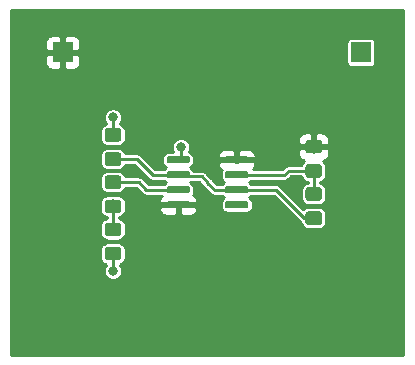
<source format=gbr>
G04 #@! TF.GenerationSoftware,KiCad,Pcbnew,(5.1.4)-1*
G04 #@! TF.CreationDate,2019-11-19T22:58:14-05:00*
G04 #@! TF.ProjectId,Blinky,426c696e-6b79-42e6-9b69-6361645f7063,rev?*
G04 #@! TF.SameCoordinates,Original*
G04 #@! TF.FileFunction,Copper,L1,Top*
G04 #@! TF.FilePolarity,Positive*
%FSLAX46Y46*%
G04 Gerber Fmt 4.6, Leading zero omitted, Abs format (unit mm)*
G04 Created by KiCad (PCBNEW (5.1.4)-1) date 2019-11-19 22:58:14*
%MOMM*%
%LPD*%
G04 APERTURE LIST*
%ADD10R,1.700000X1.700000*%
%ADD11C,0.100000*%
%ADD12C,1.150000*%
%ADD13C,0.600000*%
%ADD14C,0.800000*%
%ADD15C,0.250000*%
G04 APERTURE END LIST*
D10*
X134000000Y30000000D03*
X108750000Y30000000D03*
D11*
G36*
X113474505Y17548796D02*
G01*
X113498773Y17545196D01*
X113522572Y17539235D01*
X113545671Y17530970D01*
X113567850Y17520480D01*
X113588893Y17507868D01*
X113608599Y17493253D01*
X113626777Y17476777D01*
X113643253Y17458599D01*
X113657868Y17438893D01*
X113670480Y17417850D01*
X113680970Y17395671D01*
X113689235Y17372572D01*
X113695196Y17348773D01*
X113698796Y17324505D01*
X113700000Y17300001D01*
X113700000Y16649999D01*
X113698796Y16625495D01*
X113695196Y16601227D01*
X113689235Y16577428D01*
X113680970Y16554329D01*
X113670480Y16532150D01*
X113657868Y16511107D01*
X113643253Y16491401D01*
X113626777Y16473223D01*
X113608599Y16456747D01*
X113588893Y16442132D01*
X113567850Y16429520D01*
X113545671Y16419030D01*
X113522572Y16410765D01*
X113498773Y16404804D01*
X113474505Y16401204D01*
X113450001Y16400000D01*
X112549999Y16400000D01*
X112525495Y16401204D01*
X112501227Y16404804D01*
X112477428Y16410765D01*
X112454329Y16419030D01*
X112432150Y16429520D01*
X112411107Y16442132D01*
X112391401Y16456747D01*
X112373223Y16473223D01*
X112356747Y16491401D01*
X112342132Y16511107D01*
X112329520Y16532150D01*
X112319030Y16554329D01*
X112310765Y16577428D01*
X112304804Y16601227D01*
X112301204Y16625495D01*
X112300000Y16649999D01*
X112300000Y17300001D01*
X112301204Y17324505D01*
X112304804Y17348773D01*
X112310765Y17372572D01*
X112319030Y17395671D01*
X112329520Y17417850D01*
X112342132Y17438893D01*
X112356747Y17458599D01*
X112373223Y17476777D01*
X112391401Y17493253D01*
X112411107Y17507868D01*
X112432150Y17520480D01*
X112454329Y17530970D01*
X112477428Y17539235D01*
X112501227Y17545196D01*
X112525495Y17548796D01*
X112549999Y17550000D01*
X113450001Y17550000D01*
X113474505Y17548796D01*
X113474505Y17548796D01*
G37*
D12*
X113000000Y16975000D03*
D11*
G36*
X113474505Y19598796D02*
G01*
X113498773Y19595196D01*
X113522572Y19589235D01*
X113545671Y19580970D01*
X113567850Y19570480D01*
X113588893Y19557868D01*
X113608599Y19543253D01*
X113626777Y19526777D01*
X113643253Y19508599D01*
X113657868Y19488893D01*
X113670480Y19467850D01*
X113680970Y19445671D01*
X113689235Y19422572D01*
X113695196Y19398773D01*
X113698796Y19374505D01*
X113700000Y19350001D01*
X113700000Y18699999D01*
X113698796Y18675495D01*
X113695196Y18651227D01*
X113689235Y18627428D01*
X113680970Y18604329D01*
X113670480Y18582150D01*
X113657868Y18561107D01*
X113643253Y18541401D01*
X113626777Y18523223D01*
X113608599Y18506747D01*
X113588893Y18492132D01*
X113567850Y18479520D01*
X113545671Y18469030D01*
X113522572Y18460765D01*
X113498773Y18454804D01*
X113474505Y18451204D01*
X113450001Y18450000D01*
X112549999Y18450000D01*
X112525495Y18451204D01*
X112501227Y18454804D01*
X112477428Y18460765D01*
X112454329Y18469030D01*
X112432150Y18479520D01*
X112411107Y18492132D01*
X112391401Y18506747D01*
X112373223Y18523223D01*
X112356747Y18541401D01*
X112342132Y18561107D01*
X112329520Y18582150D01*
X112319030Y18604329D01*
X112310765Y18627428D01*
X112304804Y18651227D01*
X112301204Y18675495D01*
X112300000Y18699999D01*
X112300000Y19350001D01*
X112301204Y19374505D01*
X112304804Y19398773D01*
X112310765Y19422572D01*
X112319030Y19445671D01*
X112329520Y19467850D01*
X112342132Y19488893D01*
X112356747Y19508599D01*
X112373223Y19526777D01*
X112391401Y19543253D01*
X112411107Y19557868D01*
X112432150Y19570480D01*
X112454329Y19580970D01*
X112477428Y19589235D01*
X112501227Y19595196D01*
X112525495Y19598796D01*
X112549999Y19600000D01*
X113450001Y19600000D01*
X113474505Y19598796D01*
X113474505Y19598796D01*
G37*
D12*
X113000000Y19025000D03*
D11*
G36*
X130474505Y16548796D02*
G01*
X130498773Y16545196D01*
X130522572Y16539235D01*
X130545671Y16530970D01*
X130567850Y16520480D01*
X130588893Y16507868D01*
X130608599Y16493253D01*
X130626777Y16476777D01*
X130643253Y16458599D01*
X130657868Y16438893D01*
X130670480Y16417850D01*
X130680970Y16395671D01*
X130689235Y16372572D01*
X130695196Y16348773D01*
X130698796Y16324505D01*
X130700000Y16300001D01*
X130700000Y15649999D01*
X130698796Y15625495D01*
X130695196Y15601227D01*
X130689235Y15577428D01*
X130680970Y15554329D01*
X130670480Y15532150D01*
X130657868Y15511107D01*
X130643253Y15491401D01*
X130626777Y15473223D01*
X130608599Y15456747D01*
X130588893Y15442132D01*
X130567850Y15429520D01*
X130545671Y15419030D01*
X130522572Y15410765D01*
X130498773Y15404804D01*
X130474505Y15401204D01*
X130450001Y15400000D01*
X129549999Y15400000D01*
X129525495Y15401204D01*
X129501227Y15404804D01*
X129477428Y15410765D01*
X129454329Y15419030D01*
X129432150Y15429520D01*
X129411107Y15442132D01*
X129391401Y15456747D01*
X129373223Y15473223D01*
X129356747Y15491401D01*
X129342132Y15511107D01*
X129329520Y15532150D01*
X129319030Y15554329D01*
X129310765Y15577428D01*
X129304804Y15601227D01*
X129301204Y15625495D01*
X129300000Y15649999D01*
X129300000Y16300001D01*
X129301204Y16324505D01*
X129304804Y16348773D01*
X129310765Y16372572D01*
X129319030Y16395671D01*
X129329520Y16417850D01*
X129342132Y16438893D01*
X129356747Y16458599D01*
X129373223Y16476777D01*
X129391401Y16493253D01*
X129411107Y16507868D01*
X129432150Y16520480D01*
X129454329Y16530970D01*
X129477428Y16539235D01*
X129501227Y16545196D01*
X129525495Y16548796D01*
X129549999Y16550000D01*
X130450001Y16550000D01*
X130474505Y16548796D01*
X130474505Y16548796D01*
G37*
D12*
X130000000Y15975000D03*
D11*
G36*
X130474505Y18598796D02*
G01*
X130498773Y18595196D01*
X130522572Y18589235D01*
X130545671Y18580970D01*
X130567850Y18570480D01*
X130588893Y18557868D01*
X130608599Y18543253D01*
X130626777Y18526777D01*
X130643253Y18508599D01*
X130657868Y18488893D01*
X130670480Y18467850D01*
X130680970Y18445671D01*
X130689235Y18422572D01*
X130695196Y18398773D01*
X130698796Y18374505D01*
X130700000Y18350001D01*
X130700000Y17699999D01*
X130698796Y17675495D01*
X130695196Y17651227D01*
X130689235Y17627428D01*
X130680970Y17604329D01*
X130670480Y17582150D01*
X130657868Y17561107D01*
X130643253Y17541401D01*
X130626777Y17523223D01*
X130608599Y17506747D01*
X130588893Y17492132D01*
X130567850Y17479520D01*
X130545671Y17469030D01*
X130522572Y17460765D01*
X130498773Y17454804D01*
X130474505Y17451204D01*
X130450001Y17450000D01*
X129549999Y17450000D01*
X129525495Y17451204D01*
X129501227Y17454804D01*
X129477428Y17460765D01*
X129454329Y17469030D01*
X129432150Y17479520D01*
X129411107Y17492132D01*
X129391401Y17506747D01*
X129373223Y17523223D01*
X129356747Y17541401D01*
X129342132Y17561107D01*
X129329520Y17582150D01*
X129319030Y17604329D01*
X129310765Y17627428D01*
X129304804Y17651227D01*
X129301204Y17675495D01*
X129300000Y17699999D01*
X129300000Y18350001D01*
X129301204Y18374505D01*
X129304804Y18398773D01*
X129310765Y18422572D01*
X129319030Y18445671D01*
X129329520Y18467850D01*
X129342132Y18488893D01*
X129356747Y18508599D01*
X129373223Y18526777D01*
X129391401Y18543253D01*
X129411107Y18557868D01*
X129432150Y18570480D01*
X129454329Y18580970D01*
X129477428Y18589235D01*
X129501227Y18595196D01*
X129525495Y18598796D01*
X129549999Y18600000D01*
X130450001Y18600000D01*
X130474505Y18598796D01*
X130474505Y18598796D01*
G37*
D12*
X130000000Y18025000D03*
D11*
G36*
X119364703Y21204278D02*
G01*
X119379264Y21202118D01*
X119393543Y21198541D01*
X119407403Y21193582D01*
X119420710Y21187288D01*
X119433336Y21179720D01*
X119445159Y21170952D01*
X119456066Y21161066D01*
X119465952Y21150159D01*
X119474720Y21138336D01*
X119482288Y21125710D01*
X119488582Y21112403D01*
X119493541Y21098543D01*
X119497118Y21084264D01*
X119499278Y21069703D01*
X119500000Y21055000D01*
X119500000Y20755000D01*
X119499278Y20740297D01*
X119497118Y20725736D01*
X119493541Y20711457D01*
X119488582Y20697597D01*
X119482288Y20684290D01*
X119474720Y20671664D01*
X119465952Y20659841D01*
X119456066Y20648934D01*
X119445159Y20639048D01*
X119433336Y20630280D01*
X119420710Y20622712D01*
X119407403Y20616418D01*
X119393543Y20611459D01*
X119379264Y20607882D01*
X119364703Y20605722D01*
X119350000Y20605000D01*
X117700000Y20605000D01*
X117685297Y20605722D01*
X117670736Y20607882D01*
X117656457Y20611459D01*
X117642597Y20616418D01*
X117629290Y20622712D01*
X117616664Y20630280D01*
X117604841Y20639048D01*
X117593934Y20648934D01*
X117584048Y20659841D01*
X117575280Y20671664D01*
X117567712Y20684290D01*
X117561418Y20697597D01*
X117556459Y20711457D01*
X117552882Y20725736D01*
X117550722Y20740297D01*
X117550000Y20755000D01*
X117550000Y21055000D01*
X117550722Y21069703D01*
X117552882Y21084264D01*
X117556459Y21098543D01*
X117561418Y21112403D01*
X117567712Y21125710D01*
X117575280Y21138336D01*
X117584048Y21150159D01*
X117593934Y21161066D01*
X117604841Y21170952D01*
X117616664Y21179720D01*
X117629290Y21187288D01*
X117642597Y21193582D01*
X117656457Y21198541D01*
X117670736Y21202118D01*
X117685297Y21204278D01*
X117700000Y21205000D01*
X119350000Y21205000D01*
X119364703Y21204278D01*
X119364703Y21204278D01*
G37*
D13*
X118525000Y20905000D03*
D11*
G36*
X119364703Y19934278D02*
G01*
X119379264Y19932118D01*
X119393543Y19928541D01*
X119407403Y19923582D01*
X119420710Y19917288D01*
X119433336Y19909720D01*
X119445159Y19900952D01*
X119456066Y19891066D01*
X119465952Y19880159D01*
X119474720Y19868336D01*
X119482288Y19855710D01*
X119488582Y19842403D01*
X119493541Y19828543D01*
X119497118Y19814264D01*
X119499278Y19799703D01*
X119500000Y19785000D01*
X119500000Y19485000D01*
X119499278Y19470297D01*
X119497118Y19455736D01*
X119493541Y19441457D01*
X119488582Y19427597D01*
X119482288Y19414290D01*
X119474720Y19401664D01*
X119465952Y19389841D01*
X119456066Y19378934D01*
X119445159Y19369048D01*
X119433336Y19360280D01*
X119420710Y19352712D01*
X119407403Y19346418D01*
X119393543Y19341459D01*
X119379264Y19337882D01*
X119364703Y19335722D01*
X119350000Y19335000D01*
X117700000Y19335000D01*
X117685297Y19335722D01*
X117670736Y19337882D01*
X117656457Y19341459D01*
X117642597Y19346418D01*
X117629290Y19352712D01*
X117616664Y19360280D01*
X117604841Y19369048D01*
X117593934Y19378934D01*
X117584048Y19389841D01*
X117575280Y19401664D01*
X117567712Y19414290D01*
X117561418Y19427597D01*
X117556459Y19441457D01*
X117552882Y19455736D01*
X117550722Y19470297D01*
X117550000Y19485000D01*
X117550000Y19785000D01*
X117550722Y19799703D01*
X117552882Y19814264D01*
X117556459Y19828543D01*
X117561418Y19842403D01*
X117567712Y19855710D01*
X117575280Y19868336D01*
X117584048Y19880159D01*
X117593934Y19891066D01*
X117604841Y19900952D01*
X117616664Y19909720D01*
X117629290Y19917288D01*
X117642597Y19923582D01*
X117656457Y19928541D01*
X117670736Y19932118D01*
X117685297Y19934278D01*
X117700000Y19935000D01*
X119350000Y19935000D01*
X119364703Y19934278D01*
X119364703Y19934278D01*
G37*
D13*
X118525000Y19635000D03*
D11*
G36*
X119364703Y18664278D02*
G01*
X119379264Y18662118D01*
X119393543Y18658541D01*
X119407403Y18653582D01*
X119420710Y18647288D01*
X119433336Y18639720D01*
X119445159Y18630952D01*
X119456066Y18621066D01*
X119465952Y18610159D01*
X119474720Y18598336D01*
X119482288Y18585710D01*
X119488582Y18572403D01*
X119493541Y18558543D01*
X119497118Y18544264D01*
X119499278Y18529703D01*
X119500000Y18515000D01*
X119500000Y18215000D01*
X119499278Y18200297D01*
X119497118Y18185736D01*
X119493541Y18171457D01*
X119488582Y18157597D01*
X119482288Y18144290D01*
X119474720Y18131664D01*
X119465952Y18119841D01*
X119456066Y18108934D01*
X119445159Y18099048D01*
X119433336Y18090280D01*
X119420710Y18082712D01*
X119407403Y18076418D01*
X119393543Y18071459D01*
X119379264Y18067882D01*
X119364703Y18065722D01*
X119350000Y18065000D01*
X117700000Y18065000D01*
X117685297Y18065722D01*
X117670736Y18067882D01*
X117656457Y18071459D01*
X117642597Y18076418D01*
X117629290Y18082712D01*
X117616664Y18090280D01*
X117604841Y18099048D01*
X117593934Y18108934D01*
X117584048Y18119841D01*
X117575280Y18131664D01*
X117567712Y18144290D01*
X117561418Y18157597D01*
X117556459Y18171457D01*
X117552882Y18185736D01*
X117550722Y18200297D01*
X117550000Y18215000D01*
X117550000Y18515000D01*
X117550722Y18529703D01*
X117552882Y18544264D01*
X117556459Y18558543D01*
X117561418Y18572403D01*
X117567712Y18585710D01*
X117575280Y18598336D01*
X117584048Y18610159D01*
X117593934Y18621066D01*
X117604841Y18630952D01*
X117616664Y18639720D01*
X117629290Y18647288D01*
X117642597Y18653582D01*
X117656457Y18658541D01*
X117670736Y18662118D01*
X117685297Y18664278D01*
X117700000Y18665000D01*
X119350000Y18665000D01*
X119364703Y18664278D01*
X119364703Y18664278D01*
G37*
D13*
X118525000Y18365000D03*
D11*
G36*
X119364703Y17394278D02*
G01*
X119379264Y17392118D01*
X119393543Y17388541D01*
X119407403Y17383582D01*
X119420710Y17377288D01*
X119433336Y17369720D01*
X119445159Y17360952D01*
X119456066Y17351066D01*
X119465952Y17340159D01*
X119474720Y17328336D01*
X119482288Y17315710D01*
X119488582Y17302403D01*
X119493541Y17288543D01*
X119497118Y17274264D01*
X119499278Y17259703D01*
X119500000Y17245000D01*
X119500000Y16945000D01*
X119499278Y16930297D01*
X119497118Y16915736D01*
X119493541Y16901457D01*
X119488582Y16887597D01*
X119482288Y16874290D01*
X119474720Y16861664D01*
X119465952Y16849841D01*
X119456066Y16838934D01*
X119445159Y16829048D01*
X119433336Y16820280D01*
X119420710Y16812712D01*
X119407403Y16806418D01*
X119393543Y16801459D01*
X119379264Y16797882D01*
X119364703Y16795722D01*
X119350000Y16795000D01*
X117700000Y16795000D01*
X117685297Y16795722D01*
X117670736Y16797882D01*
X117656457Y16801459D01*
X117642597Y16806418D01*
X117629290Y16812712D01*
X117616664Y16820280D01*
X117604841Y16829048D01*
X117593934Y16838934D01*
X117584048Y16849841D01*
X117575280Y16861664D01*
X117567712Y16874290D01*
X117561418Y16887597D01*
X117556459Y16901457D01*
X117552882Y16915736D01*
X117550722Y16930297D01*
X117550000Y16945000D01*
X117550000Y17245000D01*
X117550722Y17259703D01*
X117552882Y17274264D01*
X117556459Y17288543D01*
X117561418Y17302403D01*
X117567712Y17315710D01*
X117575280Y17328336D01*
X117584048Y17340159D01*
X117593934Y17351066D01*
X117604841Y17360952D01*
X117616664Y17369720D01*
X117629290Y17377288D01*
X117642597Y17383582D01*
X117656457Y17388541D01*
X117670736Y17392118D01*
X117685297Y17394278D01*
X117700000Y17395000D01*
X119350000Y17395000D01*
X119364703Y17394278D01*
X119364703Y17394278D01*
G37*
D13*
X118525000Y17095000D03*
D11*
G36*
X124314703Y17394278D02*
G01*
X124329264Y17392118D01*
X124343543Y17388541D01*
X124357403Y17383582D01*
X124370710Y17377288D01*
X124383336Y17369720D01*
X124395159Y17360952D01*
X124406066Y17351066D01*
X124415952Y17340159D01*
X124424720Y17328336D01*
X124432288Y17315710D01*
X124438582Y17302403D01*
X124443541Y17288543D01*
X124447118Y17274264D01*
X124449278Y17259703D01*
X124450000Y17245000D01*
X124450000Y16945000D01*
X124449278Y16930297D01*
X124447118Y16915736D01*
X124443541Y16901457D01*
X124438582Y16887597D01*
X124432288Y16874290D01*
X124424720Y16861664D01*
X124415952Y16849841D01*
X124406066Y16838934D01*
X124395159Y16829048D01*
X124383336Y16820280D01*
X124370710Y16812712D01*
X124357403Y16806418D01*
X124343543Y16801459D01*
X124329264Y16797882D01*
X124314703Y16795722D01*
X124300000Y16795000D01*
X122650000Y16795000D01*
X122635297Y16795722D01*
X122620736Y16797882D01*
X122606457Y16801459D01*
X122592597Y16806418D01*
X122579290Y16812712D01*
X122566664Y16820280D01*
X122554841Y16829048D01*
X122543934Y16838934D01*
X122534048Y16849841D01*
X122525280Y16861664D01*
X122517712Y16874290D01*
X122511418Y16887597D01*
X122506459Y16901457D01*
X122502882Y16915736D01*
X122500722Y16930297D01*
X122500000Y16945000D01*
X122500000Y17245000D01*
X122500722Y17259703D01*
X122502882Y17274264D01*
X122506459Y17288543D01*
X122511418Y17302403D01*
X122517712Y17315710D01*
X122525280Y17328336D01*
X122534048Y17340159D01*
X122543934Y17351066D01*
X122554841Y17360952D01*
X122566664Y17369720D01*
X122579290Y17377288D01*
X122592597Y17383582D01*
X122606457Y17388541D01*
X122620736Y17392118D01*
X122635297Y17394278D01*
X122650000Y17395000D01*
X124300000Y17395000D01*
X124314703Y17394278D01*
X124314703Y17394278D01*
G37*
D13*
X123475000Y17095000D03*
D11*
G36*
X124314703Y18664278D02*
G01*
X124329264Y18662118D01*
X124343543Y18658541D01*
X124357403Y18653582D01*
X124370710Y18647288D01*
X124383336Y18639720D01*
X124395159Y18630952D01*
X124406066Y18621066D01*
X124415952Y18610159D01*
X124424720Y18598336D01*
X124432288Y18585710D01*
X124438582Y18572403D01*
X124443541Y18558543D01*
X124447118Y18544264D01*
X124449278Y18529703D01*
X124450000Y18515000D01*
X124450000Y18215000D01*
X124449278Y18200297D01*
X124447118Y18185736D01*
X124443541Y18171457D01*
X124438582Y18157597D01*
X124432288Y18144290D01*
X124424720Y18131664D01*
X124415952Y18119841D01*
X124406066Y18108934D01*
X124395159Y18099048D01*
X124383336Y18090280D01*
X124370710Y18082712D01*
X124357403Y18076418D01*
X124343543Y18071459D01*
X124329264Y18067882D01*
X124314703Y18065722D01*
X124300000Y18065000D01*
X122650000Y18065000D01*
X122635297Y18065722D01*
X122620736Y18067882D01*
X122606457Y18071459D01*
X122592597Y18076418D01*
X122579290Y18082712D01*
X122566664Y18090280D01*
X122554841Y18099048D01*
X122543934Y18108934D01*
X122534048Y18119841D01*
X122525280Y18131664D01*
X122517712Y18144290D01*
X122511418Y18157597D01*
X122506459Y18171457D01*
X122502882Y18185736D01*
X122500722Y18200297D01*
X122500000Y18215000D01*
X122500000Y18515000D01*
X122500722Y18529703D01*
X122502882Y18544264D01*
X122506459Y18558543D01*
X122511418Y18572403D01*
X122517712Y18585710D01*
X122525280Y18598336D01*
X122534048Y18610159D01*
X122543934Y18621066D01*
X122554841Y18630952D01*
X122566664Y18639720D01*
X122579290Y18647288D01*
X122592597Y18653582D01*
X122606457Y18658541D01*
X122620736Y18662118D01*
X122635297Y18664278D01*
X122650000Y18665000D01*
X124300000Y18665000D01*
X124314703Y18664278D01*
X124314703Y18664278D01*
G37*
D13*
X123475000Y18365000D03*
D11*
G36*
X124314703Y19934278D02*
G01*
X124329264Y19932118D01*
X124343543Y19928541D01*
X124357403Y19923582D01*
X124370710Y19917288D01*
X124383336Y19909720D01*
X124395159Y19900952D01*
X124406066Y19891066D01*
X124415952Y19880159D01*
X124424720Y19868336D01*
X124432288Y19855710D01*
X124438582Y19842403D01*
X124443541Y19828543D01*
X124447118Y19814264D01*
X124449278Y19799703D01*
X124450000Y19785000D01*
X124450000Y19485000D01*
X124449278Y19470297D01*
X124447118Y19455736D01*
X124443541Y19441457D01*
X124438582Y19427597D01*
X124432288Y19414290D01*
X124424720Y19401664D01*
X124415952Y19389841D01*
X124406066Y19378934D01*
X124395159Y19369048D01*
X124383336Y19360280D01*
X124370710Y19352712D01*
X124357403Y19346418D01*
X124343543Y19341459D01*
X124329264Y19337882D01*
X124314703Y19335722D01*
X124300000Y19335000D01*
X122650000Y19335000D01*
X122635297Y19335722D01*
X122620736Y19337882D01*
X122606457Y19341459D01*
X122592597Y19346418D01*
X122579290Y19352712D01*
X122566664Y19360280D01*
X122554841Y19369048D01*
X122543934Y19378934D01*
X122534048Y19389841D01*
X122525280Y19401664D01*
X122517712Y19414290D01*
X122511418Y19427597D01*
X122506459Y19441457D01*
X122502882Y19455736D01*
X122500722Y19470297D01*
X122500000Y19485000D01*
X122500000Y19785000D01*
X122500722Y19799703D01*
X122502882Y19814264D01*
X122506459Y19828543D01*
X122511418Y19842403D01*
X122517712Y19855710D01*
X122525280Y19868336D01*
X122534048Y19880159D01*
X122543934Y19891066D01*
X122554841Y19900952D01*
X122566664Y19909720D01*
X122579290Y19917288D01*
X122592597Y19923582D01*
X122606457Y19928541D01*
X122620736Y19932118D01*
X122635297Y19934278D01*
X122650000Y19935000D01*
X124300000Y19935000D01*
X124314703Y19934278D01*
X124314703Y19934278D01*
G37*
D13*
X123475000Y19635000D03*
D11*
G36*
X124314703Y21204278D02*
G01*
X124329264Y21202118D01*
X124343543Y21198541D01*
X124357403Y21193582D01*
X124370710Y21187288D01*
X124383336Y21179720D01*
X124395159Y21170952D01*
X124406066Y21161066D01*
X124415952Y21150159D01*
X124424720Y21138336D01*
X124432288Y21125710D01*
X124438582Y21112403D01*
X124443541Y21098543D01*
X124447118Y21084264D01*
X124449278Y21069703D01*
X124450000Y21055000D01*
X124450000Y20755000D01*
X124449278Y20740297D01*
X124447118Y20725736D01*
X124443541Y20711457D01*
X124438582Y20697597D01*
X124432288Y20684290D01*
X124424720Y20671664D01*
X124415952Y20659841D01*
X124406066Y20648934D01*
X124395159Y20639048D01*
X124383336Y20630280D01*
X124370710Y20622712D01*
X124357403Y20616418D01*
X124343543Y20611459D01*
X124329264Y20607882D01*
X124314703Y20605722D01*
X124300000Y20605000D01*
X122650000Y20605000D01*
X122635297Y20605722D01*
X122620736Y20607882D01*
X122606457Y20611459D01*
X122592597Y20616418D01*
X122579290Y20622712D01*
X122566664Y20630280D01*
X122554841Y20639048D01*
X122543934Y20648934D01*
X122534048Y20659841D01*
X122525280Y20671664D01*
X122517712Y20684290D01*
X122511418Y20697597D01*
X122506459Y20711457D01*
X122502882Y20725736D01*
X122500722Y20740297D01*
X122500000Y20755000D01*
X122500000Y21055000D01*
X122500722Y21069703D01*
X122502882Y21084264D01*
X122506459Y21098543D01*
X122511418Y21112403D01*
X122517712Y21125710D01*
X122525280Y21138336D01*
X122534048Y21150159D01*
X122543934Y21161066D01*
X122554841Y21170952D01*
X122566664Y21179720D01*
X122579290Y21187288D01*
X122592597Y21193582D01*
X122606457Y21198541D01*
X122620736Y21202118D01*
X122635297Y21204278D01*
X122650000Y21205000D01*
X124300000Y21205000D01*
X124314703Y21204278D01*
X124314703Y21204278D01*
G37*
D13*
X123475000Y20905000D03*
D11*
G36*
X130474505Y20548796D02*
G01*
X130498773Y20545196D01*
X130522572Y20539235D01*
X130545671Y20530970D01*
X130567850Y20520480D01*
X130588893Y20507868D01*
X130608599Y20493253D01*
X130626777Y20476777D01*
X130643253Y20458599D01*
X130657868Y20438893D01*
X130670480Y20417850D01*
X130680970Y20395671D01*
X130689235Y20372572D01*
X130695196Y20348773D01*
X130698796Y20324505D01*
X130700000Y20300001D01*
X130700000Y19649999D01*
X130698796Y19625495D01*
X130695196Y19601227D01*
X130689235Y19577428D01*
X130680970Y19554329D01*
X130670480Y19532150D01*
X130657868Y19511107D01*
X130643253Y19491401D01*
X130626777Y19473223D01*
X130608599Y19456747D01*
X130588893Y19442132D01*
X130567850Y19429520D01*
X130545671Y19419030D01*
X130522572Y19410765D01*
X130498773Y19404804D01*
X130474505Y19401204D01*
X130450001Y19400000D01*
X129549999Y19400000D01*
X129525495Y19401204D01*
X129501227Y19404804D01*
X129477428Y19410765D01*
X129454329Y19419030D01*
X129432150Y19429520D01*
X129411107Y19442132D01*
X129391401Y19456747D01*
X129373223Y19473223D01*
X129356747Y19491401D01*
X129342132Y19511107D01*
X129329520Y19532150D01*
X129319030Y19554329D01*
X129310765Y19577428D01*
X129304804Y19601227D01*
X129301204Y19625495D01*
X129300000Y19649999D01*
X129300000Y20300001D01*
X129301204Y20324505D01*
X129304804Y20348773D01*
X129310765Y20372572D01*
X129319030Y20395671D01*
X129329520Y20417850D01*
X129342132Y20438893D01*
X129356747Y20458599D01*
X129373223Y20476777D01*
X129391401Y20493253D01*
X129411107Y20507868D01*
X129432150Y20520480D01*
X129454329Y20530970D01*
X129477428Y20539235D01*
X129501227Y20545196D01*
X129525495Y20548796D01*
X129549999Y20550000D01*
X130450001Y20550000D01*
X130474505Y20548796D01*
X130474505Y20548796D01*
G37*
D12*
X130000000Y19975000D03*
D11*
G36*
X130474505Y22598796D02*
G01*
X130498773Y22595196D01*
X130522572Y22589235D01*
X130545671Y22580970D01*
X130567850Y22570480D01*
X130588893Y22557868D01*
X130608599Y22543253D01*
X130626777Y22526777D01*
X130643253Y22508599D01*
X130657868Y22488893D01*
X130670480Y22467850D01*
X130680970Y22445671D01*
X130689235Y22422572D01*
X130695196Y22398773D01*
X130698796Y22374505D01*
X130700000Y22350001D01*
X130700000Y21699999D01*
X130698796Y21675495D01*
X130695196Y21651227D01*
X130689235Y21627428D01*
X130680970Y21604329D01*
X130670480Y21582150D01*
X130657868Y21561107D01*
X130643253Y21541401D01*
X130626777Y21523223D01*
X130608599Y21506747D01*
X130588893Y21492132D01*
X130567850Y21479520D01*
X130545671Y21469030D01*
X130522572Y21460765D01*
X130498773Y21454804D01*
X130474505Y21451204D01*
X130450001Y21450000D01*
X129549999Y21450000D01*
X129525495Y21451204D01*
X129501227Y21454804D01*
X129477428Y21460765D01*
X129454329Y21469030D01*
X129432150Y21479520D01*
X129411107Y21492132D01*
X129391401Y21506747D01*
X129373223Y21523223D01*
X129356747Y21541401D01*
X129342132Y21561107D01*
X129329520Y21582150D01*
X129319030Y21604329D01*
X129310765Y21627428D01*
X129304804Y21651227D01*
X129301204Y21675495D01*
X129300000Y21699999D01*
X129300000Y22350001D01*
X129301204Y22374505D01*
X129304804Y22398773D01*
X129310765Y22422572D01*
X129319030Y22445671D01*
X129329520Y22467850D01*
X129342132Y22488893D01*
X129356747Y22508599D01*
X129373223Y22526777D01*
X129391401Y22543253D01*
X129411107Y22557868D01*
X129432150Y22570480D01*
X129454329Y22580970D01*
X129477428Y22589235D01*
X129501227Y22595196D01*
X129525495Y22598796D01*
X129549999Y22600000D01*
X130450001Y22600000D01*
X130474505Y22598796D01*
X130474505Y22598796D01*
G37*
D12*
X130000000Y22025000D03*
D11*
G36*
X113474505Y15598796D02*
G01*
X113498773Y15595196D01*
X113522572Y15589235D01*
X113545671Y15580970D01*
X113567850Y15570480D01*
X113588893Y15557868D01*
X113608599Y15543253D01*
X113626777Y15526777D01*
X113643253Y15508599D01*
X113657868Y15488893D01*
X113670480Y15467850D01*
X113680970Y15445671D01*
X113689235Y15422572D01*
X113695196Y15398773D01*
X113698796Y15374505D01*
X113700000Y15350001D01*
X113700000Y14699999D01*
X113698796Y14675495D01*
X113695196Y14651227D01*
X113689235Y14627428D01*
X113680970Y14604329D01*
X113670480Y14582150D01*
X113657868Y14561107D01*
X113643253Y14541401D01*
X113626777Y14523223D01*
X113608599Y14506747D01*
X113588893Y14492132D01*
X113567850Y14479520D01*
X113545671Y14469030D01*
X113522572Y14460765D01*
X113498773Y14454804D01*
X113474505Y14451204D01*
X113450001Y14450000D01*
X112549999Y14450000D01*
X112525495Y14451204D01*
X112501227Y14454804D01*
X112477428Y14460765D01*
X112454329Y14469030D01*
X112432150Y14479520D01*
X112411107Y14492132D01*
X112391401Y14506747D01*
X112373223Y14523223D01*
X112356747Y14541401D01*
X112342132Y14561107D01*
X112329520Y14582150D01*
X112319030Y14604329D01*
X112310765Y14627428D01*
X112304804Y14651227D01*
X112301204Y14675495D01*
X112300000Y14699999D01*
X112300000Y15350001D01*
X112301204Y15374505D01*
X112304804Y15398773D01*
X112310765Y15422572D01*
X112319030Y15445671D01*
X112329520Y15467850D01*
X112342132Y15488893D01*
X112356747Y15508599D01*
X112373223Y15526777D01*
X112391401Y15543253D01*
X112411107Y15557868D01*
X112432150Y15570480D01*
X112454329Y15580970D01*
X112477428Y15589235D01*
X112501227Y15595196D01*
X112525495Y15598796D01*
X112549999Y15600000D01*
X113450001Y15600000D01*
X113474505Y15598796D01*
X113474505Y15598796D01*
G37*
D12*
X113000000Y15025000D03*
D11*
G36*
X113474505Y13548796D02*
G01*
X113498773Y13545196D01*
X113522572Y13539235D01*
X113545671Y13530970D01*
X113567850Y13520480D01*
X113588893Y13507868D01*
X113608599Y13493253D01*
X113626777Y13476777D01*
X113643253Y13458599D01*
X113657868Y13438893D01*
X113670480Y13417850D01*
X113680970Y13395671D01*
X113689235Y13372572D01*
X113695196Y13348773D01*
X113698796Y13324505D01*
X113700000Y13300001D01*
X113700000Y12649999D01*
X113698796Y12625495D01*
X113695196Y12601227D01*
X113689235Y12577428D01*
X113680970Y12554329D01*
X113670480Y12532150D01*
X113657868Y12511107D01*
X113643253Y12491401D01*
X113626777Y12473223D01*
X113608599Y12456747D01*
X113588893Y12442132D01*
X113567850Y12429520D01*
X113545671Y12419030D01*
X113522572Y12410765D01*
X113498773Y12404804D01*
X113474505Y12401204D01*
X113450001Y12400000D01*
X112549999Y12400000D01*
X112525495Y12401204D01*
X112501227Y12404804D01*
X112477428Y12410765D01*
X112454329Y12419030D01*
X112432150Y12429520D01*
X112411107Y12442132D01*
X112391401Y12456747D01*
X112373223Y12473223D01*
X112356747Y12491401D01*
X112342132Y12511107D01*
X112329520Y12532150D01*
X112319030Y12554329D01*
X112310765Y12577428D01*
X112304804Y12601227D01*
X112301204Y12625495D01*
X112300000Y12649999D01*
X112300000Y13300001D01*
X112301204Y13324505D01*
X112304804Y13348773D01*
X112310765Y13372572D01*
X112319030Y13395671D01*
X112329520Y13417850D01*
X112342132Y13438893D01*
X112356747Y13458599D01*
X112373223Y13476777D01*
X112391401Y13493253D01*
X112411107Y13507868D01*
X112432150Y13520480D01*
X112454329Y13530970D01*
X112477428Y13539235D01*
X112501227Y13545196D01*
X112525495Y13548796D01*
X112549999Y13550000D01*
X113450001Y13550000D01*
X113474505Y13548796D01*
X113474505Y13548796D01*
G37*
D12*
X113000000Y12975000D03*
D11*
G36*
X113474505Y23598796D02*
G01*
X113498773Y23595196D01*
X113522572Y23589235D01*
X113545671Y23580970D01*
X113567850Y23570480D01*
X113588893Y23557868D01*
X113608599Y23543253D01*
X113626777Y23526777D01*
X113643253Y23508599D01*
X113657868Y23488893D01*
X113670480Y23467850D01*
X113680970Y23445671D01*
X113689235Y23422572D01*
X113695196Y23398773D01*
X113698796Y23374505D01*
X113700000Y23350001D01*
X113700000Y22699999D01*
X113698796Y22675495D01*
X113695196Y22651227D01*
X113689235Y22627428D01*
X113680970Y22604329D01*
X113670480Y22582150D01*
X113657868Y22561107D01*
X113643253Y22541401D01*
X113626777Y22523223D01*
X113608599Y22506747D01*
X113588893Y22492132D01*
X113567850Y22479520D01*
X113545671Y22469030D01*
X113522572Y22460765D01*
X113498773Y22454804D01*
X113474505Y22451204D01*
X113450001Y22450000D01*
X112549999Y22450000D01*
X112525495Y22451204D01*
X112501227Y22454804D01*
X112477428Y22460765D01*
X112454329Y22469030D01*
X112432150Y22479520D01*
X112411107Y22492132D01*
X112391401Y22506747D01*
X112373223Y22523223D01*
X112356747Y22541401D01*
X112342132Y22561107D01*
X112329520Y22582150D01*
X112319030Y22604329D01*
X112310765Y22627428D01*
X112304804Y22651227D01*
X112301204Y22675495D01*
X112300000Y22699999D01*
X112300000Y23350001D01*
X112301204Y23374505D01*
X112304804Y23398773D01*
X112310765Y23422572D01*
X112319030Y23445671D01*
X112329520Y23467850D01*
X112342132Y23488893D01*
X112356747Y23508599D01*
X112373223Y23526777D01*
X112391401Y23543253D01*
X112411107Y23557868D01*
X112432150Y23570480D01*
X112454329Y23580970D01*
X112477428Y23589235D01*
X112501227Y23595196D01*
X112525495Y23598796D01*
X112549999Y23600000D01*
X113450001Y23600000D01*
X113474505Y23598796D01*
X113474505Y23598796D01*
G37*
D12*
X113000000Y23025000D03*
D11*
G36*
X113474505Y21548796D02*
G01*
X113498773Y21545196D01*
X113522572Y21539235D01*
X113545671Y21530970D01*
X113567850Y21520480D01*
X113588893Y21507868D01*
X113608599Y21493253D01*
X113626777Y21476777D01*
X113643253Y21458599D01*
X113657868Y21438893D01*
X113670480Y21417850D01*
X113680970Y21395671D01*
X113689235Y21372572D01*
X113695196Y21348773D01*
X113698796Y21324505D01*
X113700000Y21300001D01*
X113700000Y20649999D01*
X113698796Y20625495D01*
X113695196Y20601227D01*
X113689235Y20577428D01*
X113680970Y20554329D01*
X113670480Y20532150D01*
X113657868Y20511107D01*
X113643253Y20491401D01*
X113626777Y20473223D01*
X113608599Y20456747D01*
X113588893Y20442132D01*
X113567850Y20429520D01*
X113545671Y20419030D01*
X113522572Y20410765D01*
X113498773Y20404804D01*
X113474505Y20401204D01*
X113450001Y20400000D01*
X112549999Y20400000D01*
X112525495Y20401204D01*
X112501227Y20404804D01*
X112477428Y20410765D01*
X112454329Y20419030D01*
X112432150Y20429520D01*
X112411107Y20442132D01*
X112391401Y20456747D01*
X112373223Y20473223D01*
X112356747Y20491401D01*
X112342132Y20511107D01*
X112329520Y20532150D01*
X112319030Y20554329D01*
X112310765Y20577428D01*
X112304804Y20601227D01*
X112301204Y20625495D01*
X112300000Y20649999D01*
X112300000Y21300001D01*
X112301204Y21324505D01*
X112304804Y21348773D01*
X112310765Y21372572D01*
X112319030Y21395671D01*
X112329520Y21417850D01*
X112342132Y21438893D01*
X112356747Y21458599D01*
X112373223Y21476777D01*
X112391401Y21493253D01*
X112411107Y21507868D01*
X112432150Y21520480D01*
X112454329Y21530970D01*
X112477428Y21539235D01*
X112501227Y21545196D01*
X112525495Y21548796D01*
X112549999Y21550000D01*
X113450001Y21550000D01*
X113474505Y21548796D01*
X113474505Y21548796D01*
G37*
D12*
X113000000Y20975000D03*
D14*
X113000000Y11500000D03*
X113000000Y24500000D03*
X118750000Y22000000D03*
D15*
X113000000Y24500000D02*
X113000000Y23025000D01*
X113000000Y11500000D02*
X113000000Y12975000D01*
X118750000Y21130000D02*
X118525000Y20905000D01*
X118750000Y22000000D02*
X118750000Y21130000D01*
X113000000Y16975000D02*
X113000000Y15025000D01*
X115835000Y18365000D02*
X118525000Y18365000D01*
X115200000Y19000000D02*
X115835000Y18365000D01*
X113000000Y19025000D02*
X113025000Y19000000D01*
X113025000Y19000000D02*
X115200000Y19000000D01*
X129975000Y22000000D02*
X130000000Y22025000D01*
X127900000Y22000000D02*
X129975000Y22000000D01*
X126800000Y20900000D02*
X127900000Y22000000D01*
X123475000Y20905000D02*
X123480000Y20900000D01*
X123480000Y20900000D02*
X126800000Y20900000D01*
X117450000Y19635000D02*
X118525000Y19635000D01*
X116365000Y19635000D02*
X117450000Y19635000D01*
X113000000Y20975000D02*
X115025000Y20975000D01*
X115025000Y20975000D02*
X116365000Y19635000D01*
X124550000Y18365000D02*
X123475000Y18365000D01*
X126810000Y18365000D02*
X124550000Y18365000D01*
X129200000Y15975000D02*
X126810000Y18365000D01*
X130000000Y15975000D02*
X129200000Y15975000D01*
X118660000Y19500000D02*
X118525000Y19635000D01*
X120500000Y19500000D02*
X118660000Y19500000D01*
X121000000Y19000000D02*
X120500000Y19500000D01*
X121000000Y18980000D02*
X121000000Y19000000D01*
X123475000Y18365000D02*
X121615000Y18365000D01*
X121615000Y18365000D02*
X121000000Y18980000D01*
X123510000Y19600000D02*
X123475000Y19635000D01*
X127500000Y19600000D02*
X123510000Y19600000D01*
X127900000Y20000000D02*
X127500000Y19600000D01*
X130000000Y19975000D02*
X129975000Y20000000D01*
X129975000Y20000000D02*
X127900000Y20000000D01*
X130000000Y19975000D02*
X130000000Y18025000D01*
G36*
X137600000Y4400000D02*
G01*
X104400000Y4400000D01*
X104400000Y13300001D01*
X111923186Y13300001D01*
X111923186Y12649999D01*
X111935230Y12527714D01*
X111970899Y12410128D01*
X112028823Y12301760D01*
X112106775Y12206775D01*
X112201760Y12128823D01*
X112310128Y12070899D01*
X112427714Y12035230D01*
X112438183Y12034199D01*
X112398018Y11994034D01*
X112313204Y11867100D01*
X112254783Y11726059D01*
X112225000Y11576331D01*
X112225000Y11423669D01*
X112254783Y11273941D01*
X112313204Y11132900D01*
X112398018Y11005966D01*
X112505966Y10898018D01*
X112632900Y10813204D01*
X112773941Y10754783D01*
X112923669Y10725000D01*
X113076331Y10725000D01*
X113226059Y10754783D01*
X113367100Y10813204D01*
X113494034Y10898018D01*
X113601982Y11005966D01*
X113686796Y11132900D01*
X113745217Y11273941D01*
X113775000Y11423669D01*
X113775000Y11576331D01*
X113745217Y11726059D01*
X113686796Y11867100D01*
X113601982Y11994034D01*
X113561817Y12034199D01*
X113572286Y12035230D01*
X113689872Y12070899D01*
X113798240Y12128823D01*
X113893225Y12206775D01*
X113971177Y12301760D01*
X114029101Y12410128D01*
X114064770Y12527714D01*
X114076814Y12649999D01*
X114076814Y13300001D01*
X114064770Y13422286D01*
X114029101Y13539872D01*
X113971177Y13648240D01*
X113893225Y13743225D01*
X113798240Y13821177D01*
X113689872Y13879101D01*
X113572286Y13914770D01*
X113450001Y13926814D01*
X112549999Y13926814D01*
X112427714Y13914770D01*
X112310128Y13879101D01*
X112201760Y13821177D01*
X112106775Y13743225D01*
X112028823Y13648240D01*
X111970899Y13539872D01*
X111935230Y13422286D01*
X111923186Y13300001D01*
X104400000Y13300001D01*
X104400000Y17300001D01*
X111923186Y17300001D01*
X111923186Y16649999D01*
X111935230Y16527714D01*
X111970899Y16410128D01*
X112028823Y16301760D01*
X112106775Y16206775D01*
X112201760Y16128823D01*
X112310128Y16070899D01*
X112427714Y16035230D01*
X112500000Y16028110D01*
X112500001Y15971890D01*
X112427714Y15964770D01*
X112310128Y15929101D01*
X112201760Y15871177D01*
X112106775Y15793225D01*
X112028823Y15698240D01*
X111970899Y15589872D01*
X111935230Y15472286D01*
X111923186Y15350001D01*
X111923186Y14699999D01*
X111935230Y14577714D01*
X111970899Y14460128D01*
X112028823Y14351760D01*
X112106775Y14256775D01*
X112201760Y14178823D01*
X112310128Y14120899D01*
X112427714Y14085230D01*
X112549999Y14073186D01*
X113450001Y14073186D01*
X113572286Y14085230D01*
X113689872Y14120899D01*
X113798240Y14178823D01*
X113893225Y14256775D01*
X113971177Y14351760D01*
X114029101Y14460128D01*
X114064770Y14577714D01*
X114076814Y14699999D01*
X114076814Y15350001D01*
X114064770Y15472286D01*
X114029101Y15589872D01*
X113971177Y15698240D01*
X113893225Y15793225D01*
X113798240Y15871177D01*
X113689872Y15929101D01*
X113572286Y15964770D01*
X113500000Y15971890D01*
X113500000Y16028110D01*
X113572286Y16035230D01*
X113689872Y16070899D01*
X113798240Y16128823D01*
X113893225Y16206775D01*
X113971177Y16301760D01*
X114029101Y16410128D01*
X114064770Y16527714D01*
X114076814Y16649999D01*
X114076814Y16795000D01*
X116921976Y16795000D01*
X116934043Y16672479D01*
X116969781Y16554666D01*
X117027817Y16446089D01*
X117105920Y16350920D01*
X117201089Y16272817D01*
X117309666Y16214781D01*
X117427479Y16179043D01*
X117550000Y16166976D01*
X118243750Y16170000D01*
X118400000Y16326250D01*
X118400000Y16970000D01*
X118650000Y16970000D01*
X118650000Y16326250D01*
X118806250Y16170000D01*
X119500000Y16166976D01*
X119622521Y16179043D01*
X119740334Y16214781D01*
X119848911Y16272817D01*
X119944080Y16350920D01*
X120022183Y16446089D01*
X120080219Y16554666D01*
X120115957Y16672479D01*
X120128024Y16795000D01*
X120125000Y16813750D01*
X119968750Y16970000D01*
X118650000Y16970000D01*
X118400000Y16970000D01*
X117081250Y16970000D01*
X116925000Y16813750D01*
X116921976Y16795000D01*
X114076814Y16795000D01*
X114076814Y17300001D01*
X114064770Y17422286D01*
X114029101Y17539872D01*
X113971177Y17648240D01*
X113893225Y17743225D01*
X113798240Y17821177D01*
X113689872Y17879101D01*
X113572286Y17914770D01*
X113450001Y17926814D01*
X112549999Y17926814D01*
X112427714Y17914770D01*
X112310128Y17879101D01*
X112201760Y17821177D01*
X112106775Y17743225D01*
X112028823Y17648240D01*
X111970899Y17539872D01*
X111935230Y17422286D01*
X111923186Y17300001D01*
X104400000Y17300001D01*
X104400000Y21300001D01*
X111923186Y21300001D01*
X111923186Y20649999D01*
X111935230Y20527714D01*
X111970899Y20410128D01*
X112028823Y20301760D01*
X112106775Y20206775D01*
X112201760Y20128823D01*
X112310128Y20070899D01*
X112427714Y20035230D01*
X112549999Y20023186D01*
X113450001Y20023186D01*
X113572286Y20035230D01*
X113689872Y20070899D01*
X113798240Y20128823D01*
X113893225Y20206775D01*
X113971177Y20301760D01*
X114029101Y20410128D01*
X114048780Y20475000D01*
X114817895Y20475000D01*
X115994075Y19298819D01*
X116009736Y19279736D01*
X116085871Y19217254D01*
X116172733Y19170825D01*
X116266983Y19142235D01*
X116340440Y19135000D01*
X116340441Y19135000D01*
X116364999Y19132581D01*
X116389557Y19135000D01*
X117309009Y19135000D01*
X117327486Y19112486D01*
X117407318Y19046970D01*
X117495192Y19000000D01*
X117407318Y18953030D01*
X117327486Y18887514D01*
X117309009Y18865000D01*
X116042107Y18865000D01*
X115570929Y19336176D01*
X115555264Y19355264D01*
X115479129Y19417746D01*
X115392267Y19464175D01*
X115298017Y19492765D01*
X115224560Y19500000D01*
X115200000Y19502419D01*
X115175440Y19500000D01*
X114056363Y19500000D01*
X114029101Y19589872D01*
X113971177Y19698240D01*
X113893225Y19793225D01*
X113798240Y19871177D01*
X113689872Y19929101D01*
X113572286Y19964770D01*
X113450001Y19976814D01*
X112549999Y19976814D01*
X112427714Y19964770D01*
X112310128Y19929101D01*
X112201760Y19871177D01*
X112106775Y19793225D01*
X112028823Y19698240D01*
X111970899Y19589872D01*
X111935230Y19472286D01*
X111923186Y19350001D01*
X111923186Y18699999D01*
X111935230Y18577714D01*
X111970899Y18460128D01*
X112028823Y18351760D01*
X112106775Y18256775D01*
X112201760Y18178823D01*
X112310128Y18120899D01*
X112427714Y18085230D01*
X112549999Y18073186D01*
X113450001Y18073186D01*
X113572286Y18085230D01*
X113689872Y18120899D01*
X113798240Y18178823D01*
X113893225Y18256775D01*
X113971177Y18351760D01*
X114029101Y18460128D01*
X114041196Y18500000D01*
X114992895Y18500000D01*
X115464080Y18028814D01*
X115479736Y18009736D01*
X115555871Y17947254D01*
X115642733Y17900825D01*
X115736980Y17872236D01*
X115736983Y17872235D01*
X115835000Y17862581D01*
X115859560Y17865000D01*
X117137504Y17865000D01*
X117105920Y17839080D01*
X117027817Y17743911D01*
X116969781Y17635334D01*
X116934043Y17517521D01*
X116921976Y17395000D01*
X116925000Y17376250D01*
X117081250Y17220000D01*
X118400000Y17220000D01*
X118400000Y17240000D01*
X118650000Y17240000D01*
X118650000Y17220000D01*
X119968750Y17220000D01*
X120125000Y17376250D01*
X120128024Y17395000D01*
X120115957Y17517521D01*
X120080219Y17635334D01*
X120022183Y17743911D01*
X119944080Y17839080D01*
X119848911Y17917183D01*
X119799424Y17943635D01*
X119836713Y18013397D01*
X119866691Y18112224D01*
X119876814Y18215000D01*
X119876814Y18515000D01*
X119866691Y18617776D01*
X119836713Y18716603D01*
X119788030Y18807682D01*
X119722514Y18887514D01*
X119642682Y18953030D01*
X119554808Y19000000D01*
X120292894Y19000000D01*
X120571037Y18721856D01*
X120582254Y18700871D01*
X120644736Y18624736D01*
X120663824Y18609071D01*
X121244080Y18028814D01*
X121259736Y18009736D01*
X121335871Y17947254D01*
X121422733Y17900825D01*
X121516983Y17872235D01*
X121590440Y17865000D01*
X121590449Y17865000D01*
X121614999Y17862582D01*
X121639549Y17865000D01*
X122259009Y17865000D01*
X122277486Y17842486D01*
X122357318Y17776970D01*
X122445192Y17730000D01*
X122357318Y17683030D01*
X122277486Y17617514D01*
X122211970Y17537682D01*
X122163287Y17446603D01*
X122133309Y17347776D01*
X122123186Y17245000D01*
X122123186Y16945000D01*
X122133309Y16842224D01*
X122163287Y16743397D01*
X122211970Y16652318D01*
X122277486Y16572486D01*
X122357318Y16506970D01*
X122448397Y16458287D01*
X122547224Y16428309D01*
X122650000Y16418186D01*
X124300000Y16418186D01*
X124402776Y16428309D01*
X124501603Y16458287D01*
X124592682Y16506970D01*
X124672514Y16572486D01*
X124738030Y16652318D01*
X124786713Y16743397D01*
X124816691Y16842224D01*
X124826814Y16945000D01*
X124826814Y17245000D01*
X124816691Y17347776D01*
X124786713Y17446603D01*
X124738030Y17537682D01*
X124672514Y17617514D01*
X124592682Y17683030D01*
X124504808Y17730000D01*
X124592682Y17776970D01*
X124672514Y17842486D01*
X124690991Y17865000D01*
X126602895Y17865000D01*
X128829080Y15638813D01*
X128844736Y15619736D01*
X128920871Y15557254D01*
X128932957Y15550794D01*
X128935230Y15527714D01*
X128970899Y15410128D01*
X129028823Y15301760D01*
X129106775Y15206775D01*
X129201760Y15128823D01*
X129310128Y15070899D01*
X129427714Y15035230D01*
X129549999Y15023186D01*
X130450001Y15023186D01*
X130572286Y15035230D01*
X130689872Y15070899D01*
X130798240Y15128823D01*
X130893225Y15206775D01*
X130971177Y15301760D01*
X131029101Y15410128D01*
X131064770Y15527714D01*
X131076814Y15649999D01*
X131076814Y16300001D01*
X131064770Y16422286D01*
X131029101Y16539872D01*
X130971177Y16648240D01*
X130893225Y16743225D01*
X130798240Y16821177D01*
X130689872Y16879101D01*
X130572286Y16914770D01*
X130450001Y16926814D01*
X129549999Y16926814D01*
X129427714Y16914770D01*
X129310128Y16879101D01*
X129201760Y16821177D01*
X129124409Y16757697D01*
X127180929Y18701176D01*
X127165264Y18720264D01*
X127089129Y18782746D01*
X127002267Y18829175D01*
X126908017Y18857765D01*
X126834560Y18865000D01*
X126810000Y18867419D01*
X126785440Y18865000D01*
X124690991Y18865000D01*
X124672514Y18887514D01*
X124592682Y18953030D01*
X124504808Y19000000D01*
X124592682Y19046970D01*
X124657300Y19100000D01*
X127475440Y19100000D01*
X127500000Y19097581D01*
X127524560Y19100000D01*
X127598017Y19107235D01*
X127692267Y19135825D01*
X127779129Y19182254D01*
X127855264Y19244736D01*
X127870928Y19263823D01*
X128107106Y19500000D01*
X128943637Y19500000D01*
X128970899Y19410128D01*
X129028823Y19301760D01*
X129106775Y19206775D01*
X129201760Y19128823D01*
X129310128Y19070899D01*
X129427714Y19035230D01*
X129500000Y19028110D01*
X129500001Y18971890D01*
X129427714Y18964770D01*
X129310128Y18929101D01*
X129201760Y18871177D01*
X129106775Y18793225D01*
X129028823Y18698240D01*
X128970899Y18589872D01*
X128935230Y18472286D01*
X128923186Y18350001D01*
X128923186Y17699999D01*
X128935230Y17577714D01*
X128970899Y17460128D01*
X129028823Y17351760D01*
X129106775Y17256775D01*
X129201760Y17178823D01*
X129310128Y17120899D01*
X129427714Y17085230D01*
X129549999Y17073186D01*
X130450001Y17073186D01*
X130572286Y17085230D01*
X130689872Y17120899D01*
X130798240Y17178823D01*
X130893225Y17256775D01*
X130971177Y17351760D01*
X131029101Y17460128D01*
X131064770Y17577714D01*
X131076814Y17699999D01*
X131076814Y18350001D01*
X131064770Y18472286D01*
X131029101Y18589872D01*
X130971177Y18698240D01*
X130893225Y18793225D01*
X130798240Y18871177D01*
X130689872Y18929101D01*
X130572286Y18964770D01*
X130500000Y18971890D01*
X130500000Y19028110D01*
X130572286Y19035230D01*
X130689872Y19070899D01*
X130798240Y19128823D01*
X130893225Y19206775D01*
X130971177Y19301760D01*
X131029101Y19410128D01*
X131064770Y19527714D01*
X131076814Y19649999D01*
X131076814Y20300001D01*
X131064770Y20422286D01*
X131029101Y20539872D01*
X130971177Y20648240D01*
X130893225Y20743225D01*
X130798240Y20821177D01*
X130781693Y20830022D01*
X130822521Y20834043D01*
X130940334Y20869781D01*
X131048911Y20927817D01*
X131144080Y21005920D01*
X131222183Y21101089D01*
X131280219Y21209666D01*
X131315957Y21327479D01*
X131328024Y21450000D01*
X131325000Y21743750D01*
X131168750Y21900000D01*
X130125000Y21900000D01*
X130125000Y21880000D01*
X129875000Y21880000D01*
X129875000Y21900000D01*
X128831250Y21900000D01*
X128675000Y21743750D01*
X128671976Y21450000D01*
X128684043Y21327479D01*
X128719781Y21209666D01*
X128777817Y21101089D01*
X128855920Y21005920D01*
X128951089Y20927817D01*
X129059666Y20869781D01*
X129177479Y20834043D01*
X129218307Y20830022D01*
X129201760Y20821177D01*
X129106775Y20743225D01*
X129028823Y20648240D01*
X128970899Y20539872D01*
X128958804Y20500000D01*
X127924549Y20500000D01*
X127899999Y20502418D01*
X127875449Y20500000D01*
X127875440Y20500000D01*
X127801983Y20492765D01*
X127707733Y20464175D01*
X127620871Y20417746D01*
X127544736Y20355264D01*
X127529079Y20336186D01*
X127292894Y20100000D01*
X124819849Y20100000D01*
X124894080Y20160920D01*
X124972183Y20256089D01*
X125030219Y20364666D01*
X125065957Y20482479D01*
X125078024Y20605000D01*
X125075000Y20623750D01*
X124918750Y20780000D01*
X123600000Y20780000D01*
X123600000Y20760000D01*
X123350000Y20760000D01*
X123350000Y20780000D01*
X122031250Y20780000D01*
X121875000Y20623750D01*
X121871976Y20605000D01*
X121884043Y20482479D01*
X121919781Y20364666D01*
X121977817Y20256089D01*
X122055920Y20160920D01*
X122151089Y20082817D01*
X122200576Y20056365D01*
X122163287Y19986603D01*
X122133309Y19887776D01*
X122123186Y19785000D01*
X122123186Y19485000D01*
X122133309Y19382224D01*
X122163287Y19283397D01*
X122211970Y19192318D01*
X122277486Y19112486D01*
X122357318Y19046970D01*
X122445192Y19000000D01*
X122357318Y18953030D01*
X122277486Y18887514D01*
X122259009Y18865000D01*
X121822106Y18865000D01*
X121428964Y19258141D01*
X121417746Y19279129D01*
X121355264Y19355264D01*
X121336186Y19370921D01*
X120870929Y19836177D01*
X120855264Y19855264D01*
X120779129Y19917746D01*
X120692267Y19964175D01*
X120598017Y19992765D01*
X120500000Y20002419D01*
X120475440Y20000000D01*
X119829552Y20000000D01*
X119788030Y20077682D01*
X119722514Y20157514D01*
X119642682Y20223030D01*
X119554808Y20270000D01*
X119642682Y20316970D01*
X119722514Y20382486D01*
X119788030Y20462318D01*
X119836713Y20553397D01*
X119866691Y20652224D01*
X119876814Y20755000D01*
X119876814Y21055000D01*
X119866691Y21157776D01*
X119852367Y21205000D01*
X121871976Y21205000D01*
X121875000Y21186250D01*
X122031250Y21030000D01*
X123350000Y21030000D01*
X123350000Y21673750D01*
X123600000Y21673750D01*
X123600000Y21030000D01*
X124918750Y21030000D01*
X125075000Y21186250D01*
X125078024Y21205000D01*
X125065957Y21327521D01*
X125030219Y21445334D01*
X124972183Y21553911D01*
X124894080Y21649080D01*
X124798911Y21727183D01*
X124690334Y21785219D01*
X124572521Y21820957D01*
X124450000Y21833024D01*
X123756250Y21830000D01*
X123600000Y21673750D01*
X123350000Y21673750D01*
X123193750Y21830000D01*
X122500000Y21833024D01*
X122377479Y21820957D01*
X122259666Y21785219D01*
X122151089Y21727183D01*
X122055920Y21649080D01*
X121977817Y21553911D01*
X121919781Y21445334D01*
X121884043Y21327521D01*
X121871976Y21205000D01*
X119852367Y21205000D01*
X119836713Y21256603D01*
X119788030Y21347682D01*
X119722514Y21427514D01*
X119642682Y21493030D01*
X119551603Y21541713D01*
X119452776Y21571691D01*
X119399410Y21576947D01*
X119436796Y21632900D01*
X119495217Y21773941D01*
X119525000Y21923669D01*
X119525000Y22076331D01*
X119495217Y22226059D01*
X119436796Y22367100D01*
X119351982Y22494034D01*
X119246016Y22600000D01*
X128671976Y22600000D01*
X128675000Y22306250D01*
X128831250Y22150000D01*
X129875000Y22150000D01*
X129875000Y23068750D01*
X130125000Y23068750D01*
X130125000Y22150000D01*
X131168750Y22150000D01*
X131325000Y22306250D01*
X131328024Y22600000D01*
X131315957Y22722521D01*
X131280219Y22840334D01*
X131222183Y22948911D01*
X131144080Y23044080D01*
X131048911Y23122183D01*
X130940334Y23180219D01*
X130822521Y23215957D01*
X130700000Y23228024D01*
X130281250Y23225000D01*
X130125000Y23068750D01*
X129875000Y23068750D01*
X129718750Y23225000D01*
X129300000Y23228024D01*
X129177479Y23215957D01*
X129059666Y23180219D01*
X128951089Y23122183D01*
X128855920Y23044080D01*
X128777817Y22948911D01*
X128719781Y22840334D01*
X128684043Y22722521D01*
X128671976Y22600000D01*
X119246016Y22600000D01*
X119244034Y22601982D01*
X119117100Y22686796D01*
X118976059Y22745217D01*
X118826331Y22775000D01*
X118673669Y22775000D01*
X118523941Y22745217D01*
X118382900Y22686796D01*
X118255966Y22601982D01*
X118148018Y22494034D01*
X118063204Y22367100D01*
X118004783Y22226059D01*
X117975000Y22076331D01*
X117975000Y21923669D01*
X118004783Y21773941D01*
X118063204Y21632900D01*
X118097338Y21581814D01*
X117700000Y21581814D01*
X117597224Y21571691D01*
X117498397Y21541713D01*
X117407318Y21493030D01*
X117327486Y21427514D01*
X117261970Y21347682D01*
X117213287Y21256603D01*
X117183309Y21157776D01*
X117173186Y21055000D01*
X117173186Y20755000D01*
X117183309Y20652224D01*
X117213287Y20553397D01*
X117261970Y20462318D01*
X117327486Y20382486D01*
X117407318Y20316970D01*
X117495192Y20270000D01*
X117407318Y20223030D01*
X117327486Y20157514D01*
X117309009Y20135000D01*
X116572106Y20135000D01*
X115395929Y21311176D01*
X115380264Y21330264D01*
X115304129Y21392746D01*
X115217267Y21439175D01*
X115123017Y21467765D01*
X115049560Y21475000D01*
X115025000Y21477419D01*
X115000440Y21475000D01*
X114048780Y21475000D01*
X114029101Y21539872D01*
X113971177Y21648240D01*
X113893225Y21743225D01*
X113798240Y21821177D01*
X113689872Y21879101D01*
X113572286Y21914770D01*
X113450001Y21926814D01*
X112549999Y21926814D01*
X112427714Y21914770D01*
X112310128Y21879101D01*
X112201760Y21821177D01*
X112106775Y21743225D01*
X112028823Y21648240D01*
X111970899Y21539872D01*
X111935230Y21422286D01*
X111923186Y21300001D01*
X104400000Y21300001D01*
X104400000Y23350001D01*
X111923186Y23350001D01*
X111923186Y22699999D01*
X111935230Y22577714D01*
X111970899Y22460128D01*
X112028823Y22351760D01*
X112106775Y22256775D01*
X112201760Y22178823D01*
X112310128Y22120899D01*
X112427714Y22085230D01*
X112549999Y22073186D01*
X113450001Y22073186D01*
X113572286Y22085230D01*
X113689872Y22120899D01*
X113798240Y22178823D01*
X113893225Y22256775D01*
X113971177Y22351760D01*
X114029101Y22460128D01*
X114064770Y22577714D01*
X114076814Y22699999D01*
X114076814Y23350001D01*
X114064770Y23472286D01*
X114029101Y23589872D01*
X113971177Y23698240D01*
X113893225Y23793225D01*
X113798240Y23871177D01*
X113689872Y23929101D01*
X113572286Y23964770D01*
X113561817Y23965801D01*
X113601982Y24005966D01*
X113686796Y24132900D01*
X113745217Y24273941D01*
X113775000Y24423669D01*
X113775000Y24576331D01*
X113745217Y24726059D01*
X113686796Y24867100D01*
X113601982Y24994034D01*
X113494034Y25101982D01*
X113367100Y25186796D01*
X113226059Y25245217D01*
X113076331Y25275000D01*
X112923669Y25275000D01*
X112773941Y25245217D01*
X112632900Y25186796D01*
X112505966Y25101982D01*
X112398018Y24994034D01*
X112313204Y24867100D01*
X112254783Y24726059D01*
X112225000Y24576331D01*
X112225000Y24423669D01*
X112254783Y24273941D01*
X112313204Y24132900D01*
X112398018Y24005966D01*
X112438183Y23965801D01*
X112427714Y23964770D01*
X112310128Y23929101D01*
X112201760Y23871177D01*
X112106775Y23793225D01*
X112028823Y23698240D01*
X111970899Y23589872D01*
X111935230Y23472286D01*
X111923186Y23350001D01*
X104400000Y23350001D01*
X104400000Y29150000D01*
X107271976Y29150000D01*
X107284043Y29027479D01*
X107319781Y28909666D01*
X107377817Y28801089D01*
X107455920Y28705920D01*
X107551089Y28627817D01*
X107659666Y28569781D01*
X107777479Y28534043D01*
X107900000Y28521976D01*
X108468750Y28525000D01*
X108625000Y28681250D01*
X108625000Y29875000D01*
X108875000Y29875000D01*
X108875000Y28681250D01*
X109031250Y28525000D01*
X109600000Y28521976D01*
X109722521Y28534043D01*
X109840334Y28569781D01*
X109948911Y28627817D01*
X110044080Y28705920D01*
X110122183Y28801089D01*
X110180219Y28909666D01*
X110215957Y29027479D01*
X110228024Y29150000D01*
X110225000Y29718750D01*
X110068750Y29875000D01*
X108875000Y29875000D01*
X108625000Y29875000D01*
X107431250Y29875000D01*
X107275000Y29718750D01*
X107271976Y29150000D01*
X104400000Y29150000D01*
X104400000Y30850000D01*
X107271976Y30850000D01*
X107275000Y30281250D01*
X107431250Y30125000D01*
X108625000Y30125000D01*
X108625000Y31318750D01*
X108875000Y31318750D01*
X108875000Y30125000D01*
X110068750Y30125000D01*
X110225000Y30281250D01*
X110228024Y30850000D01*
X132773186Y30850000D01*
X132773186Y29150000D01*
X132780426Y29076487D01*
X132801869Y29005800D01*
X132836691Y28940653D01*
X132883552Y28883552D01*
X132940653Y28836691D01*
X133005800Y28801869D01*
X133076487Y28780426D01*
X133150000Y28773186D01*
X134850000Y28773186D01*
X134923513Y28780426D01*
X134994200Y28801869D01*
X135059347Y28836691D01*
X135116448Y28883552D01*
X135163309Y28940653D01*
X135198131Y29005800D01*
X135219574Y29076487D01*
X135226814Y29150000D01*
X135226814Y30850000D01*
X135219574Y30923513D01*
X135198131Y30994200D01*
X135163309Y31059347D01*
X135116448Y31116448D01*
X135059347Y31163309D01*
X134994200Y31198131D01*
X134923513Y31219574D01*
X134850000Y31226814D01*
X133150000Y31226814D01*
X133076487Y31219574D01*
X133005800Y31198131D01*
X132940653Y31163309D01*
X132883552Y31116448D01*
X132836691Y31059347D01*
X132801869Y30994200D01*
X132780426Y30923513D01*
X132773186Y30850000D01*
X110228024Y30850000D01*
X110215957Y30972521D01*
X110180219Y31090334D01*
X110122183Y31198911D01*
X110044080Y31294080D01*
X109948911Y31372183D01*
X109840334Y31430219D01*
X109722521Y31465957D01*
X109600000Y31478024D01*
X109031250Y31475000D01*
X108875000Y31318750D01*
X108625000Y31318750D01*
X108468750Y31475000D01*
X107900000Y31478024D01*
X107777479Y31465957D01*
X107659666Y31430219D01*
X107551089Y31372183D01*
X107455920Y31294080D01*
X107377817Y31198911D01*
X107319781Y31090334D01*
X107284043Y30972521D01*
X107271976Y30850000D01*
X104400000Y30850000D01*
X104400000Y33600000D01*
X137600001Y33600000D01*
X137600000Y4400000D01*
X137600000Y4400000D01*
G37*
X137600000Y4400000D02*
X104400000Y4400000D01*
X104400000Y13300001D01*
X111923186Y13300001D01*
X111923186Y12649999D01*
X111935230Y12527714D01*
X111970899Y12410128D01*
X112028823Y12301760D01*
X112106775Y12206775D01*
X112201760Y12128823D01*
X112310128Y12070899D01*
X112427714Y12035230D01*
X112438183Y12034199D01*
X112398018Y11994034D01*
X112313204Y11867100D01*
X112254783Y11726059D01*
X112225000Y11576331D01*
X112225000Y11423669D01*
X112254783Y11273941D01*
X112313204Y11132900D01*
X112398018Y11005966D01*
X112505966Y10898018D01*
X112632900Y10813204D01*
X112773941Y10754783D01*
X112923669Y10725000D01*
X113076331Y10725000D01*
X113226059Y10754783D01*
X113367100Y10813204D01*
X113494034Y10898018D01*
X113601982Y11005966D01*
X113686796Y11132900D01*
X113745217Y11273941D01*
X113775000Y11423669D01*
X113775000Y11576331D01*
X113745217Y11726059D01*
X113686796Y11867100D01*
X113601982Y11994034D01*
X113561817Y12034199D01*
X113572286Y12035230D01*
X113689872Y12070899D01*
X113798240Y12128823D01*
X113893225Y12206775D01*
X113971177Y12301760D01*
X114029101Y12410128D01*
X114064770Y12527714D01*
X114076814Y12649999D01*
X114076814Y13300001D01*
X114064770Y13422286D01*
X114029101Y13539872D01*
X113971177Y13648240D01*
X113893225Y13743225D01*
X113798240Y13821177D01*
X113689872Y13879101D01*
X113572286Y13914770D01*
X113450001Y13926814D01*
X112549999Y13926814D01*
X112427714Y13914770D01*
X112310128Y13879101D01*
X112201760Y13821177D01*
X112106775Y13743225D01*
X112028823Y13648240D01*
X111970899Y13539872D01*
X111935230Y13422286D01*
X111923186Y13300001D01*
X104400000Y13300001D01*
X104400000Y17300001D01*
X111923186Y17300001D01*
X111923186Y16649999D01*
X111935230Y16527714D01*
X111970899Y16410128D01*
X112028823Y16301760D01*
X112106775Y16206775D01*
X112201760Y16128823D01*
X112310128Y16070899D01*
X112427714Y16035230D01*
X112500000Y16028110D01*
X112500001Y15971890D01*
X112427714Y15964770D01*
X112310128Y15929101D01*
X112201760Y15871177D01*
X112106775Y15793225D01*
X112028823Y15698240D01*
X111970899Y15589872D01*
X111935230Y15472286D01*
X111923186Y15350001D01*
X111923186Y14699999D01*
X111935230Y14577714D01*
X111970899Y14460128D01*
X112028823Y14351760D01*
X112106775Y14256775D01*
X112201760Y14178823D01*
X112310128Y14120899D01*
X112427714Y14085230D01*
X112549999Y14073186D01*
X113450001Y14073186D01*
X113572286Y14085230D01*
X113689872Y14120899D01*
X113798240Y14178823D01*
X113893225Y14256775D01*
X113971177Y14351760D01*
X114029101Y14460128D01*
X114064770Y14577714D01*
X114076814Y14699999D01*
X114076814Y15350001D01*
X114064770Y15472286D01*
X114029101Y15589872D01*
X113971177Y15698240D01*
X113893225Y15793225D01*
X113798240Y15871177D01*
X113689872Y15929101D01*
X113572286Y15964770D01*
X113500000Y15971890D01*
X113500000Y16028110D01*
X113572286Y16035230D01*
X113689872Y16070899D01*
X113798240Y16128823D01*
X113893225Y16206775D01*
X113971177Y16301760D01*
X114029101Y16410128D01*
X114064770Y16527714D01*
X114076814Y16649999D01*
X114076814Y16795000D01*
X116921976Y16795000D01*
X116934043Y16672479D01*
X116969781Y16554666D01*
X117027817Y16446089D01*
X117105920Y16350920D01*
X117201089Y16272817D01*
X117309666Y16214781D01*
X117427479Y16179043D01*
X117550000Y16166976D01*
X118243750Y16170000D01*
X118400000Y16326250D01*
X118400000Y16970000D01*
X118650000Y16970000D01*
X118650000Y16326250D01*
X118806250Y16170000D01*
X119500000Y16166976D01*
X119622521Y16179043D01*
X119740334Y16214781D01*
X119848911Y16272817D01*
X119944080Y16350920D01*
X120022183Y16446089D01*
X120080219Y16554666D01*
X120115957Y16672479D01*
X120128024Y16795000D01*
X120125000Y16813750D01*
X119968750Y16970000D01*
X118650000Y16970000D01*
X118400000Y16970000D01*
X117081250Y16970000D01*
X116925000Y16813750D01*
X116921976Y16795000D01*
X114076814Y16795000D01*
X114076814Y17300001D01*
X114064770Y17422286D01*
X114029101Y17539872D01*
X113971177Y17648240D01*
X113893225Y17743225D01*
X113798240Y17821177D01*
X113689872Y17879101D01*
X113572286Y17914770D01*
X113450001Y17926814D01*
X112549999Y17926814D01*
X112427714Y17914770D01*
X112310128Y17879101D01*
X112201760Y17821177D01*
X112106775Y17743225D01*
X112028823Y17648240D01*
X111970899Y17539872D01*
X111935230Y17422286D01*
X111923186Y17300001D01*
X104400000Y17300001D01*
X104400000Y21300001D01*
X111923186Y21300001D01*
X111923186Y20649999D01*
X111935230Y20527714D01*
X111970899Y20410128D01*
X112028823Y20301760D01*
X112106775Y20206775D01*
X112201760Y20128823D01*
X112310128Y20070899D01*
X112427714Y20035230D01*
X112549999Y20023186D01*
X113450001Y20023186D01*
X113572286Y20035230D01*
X113689872Y20070899D01*
X113798240Y20128823D01*
X113893225Y20206775D01*
X113971177Y20301760D01*
X114029101Y20410128D01*
X114048780Y20475000D01*
X114817895Y20475000D01*
X115994075Y19298819D01*
X116009736Y19279736D01*
X116085871Y19217254D01*
X116172733Y19170825D01*
X116266983Y19142235D01*
X116340440Y19135000D01*
X116340441Y19135000D01*
X116364999Y19132581D01*
X116389557Y19135000D01*
X117309009Y19135000D01*
X117327486Y19112486D01*
X117407318Y19046970D01*
X117495192Y19000000D01*
X117407318Y18953030D01*
X117327486Y18887514D01*
X117309009Y18865000D01*
X116042107Y18865000D01*
X115570929Y19336176D01*
X115555264Y19355264D01*
X115479129Y19417746D01*
X115392267Y19464175D01*
X115298017Y19492765D01*
X115224560Y19500000D01*
X115200000Y19502419D01*
X115175440Y19500000D01*
X114056363Y19500000D01*
X114029101Y19589872D01*
X113971177Y19698240D01*
X113893225Y19793225D01*
X113798240Y19871177D01*
X113689872Y19929101D01*
X113572286Y19964770D01*
X113450001Y19976814D01*
X112549999Y19976814D01*
X112427714Y19964770D01*
X112310128Y19929101D01*
X112201760Y19871177D01*
X112106775Y19793225D01*
X112028823Y19698240D01*
X111970899Y19589872D01*
X111935230Y19472286D01*
X111923186Y19350001D01*
X111923186Y18699999D01*
X111935230Y18577714D01*
X111970899Y18460128D01*
X112028823Y18351760D01*
X112106775Y18256775D01*
X112201760Y18178823D01*
X112310128Y18120899D01*
X112427714Y18085230D01*
X112549999Y18073186D01*
X113450001Y18073186D01*
X113572286Y18085230D01*
X113689872Y18120899D01*
X113798240Y18178823D01*
X113893225Y18256775D01*
X113971177Y18351760D01*
X114029101Y18460128D01*
X114041196Y18500000D01*
X114992895Y18500000D01*
X115464080Y18028814D01*
X115479736Y18009736D01*
X115555871Y17947254D01*
X115642733Y17900825D01*
X115736980Y17872236D01*
X115736983Y17872235D01*
X115835000Y17862581D01*
X115859560Y17865000D01*
X117137504Y17865000D01*
X117105920Y17839080D01*
X117027817Y17743911D01*
X116969781Y17635334D01*
X116934043Y17517521D01*
X116921976Y17395000D01*
X116925000Y17376250D01*
X117081250Y17220000D01*
X118400000Y17220000D01*
X118400000Y17240000D01*
X118650000Y17240000D01*
X118650000Y17220000D01*
X119968750Y17220000D01*
X120125000Y17376250D01*
X120128024Y17395000D01*
X120115957Y17517521D01*
X120080219Y17635334D01*
X120022183Y17743911D01*
X119944080Y17839080D01*
X119848911Y17917183D01*
X119799424Y17943635D01*
X119836713Y18013397D01*
X119866691Y18112224D01*
X119876814Y18215000D01*
X119876814Y18515000D01*
X119866691Y18617776D01*
X119836713Y18716603D01*
X119788030Y18807682D01*
X119722514Y18887514D01*
X119642682Y18953030D01*
X119554808Y19000000D01*
X120292894Y19000000D01*
X120571037Y18721856D01*
X120582254Y18700871D01*
X120644736Y18624736D01*
X120663824Y18609071D01*
X121244080Y18028814D01*
X121259736Y18009736D01*
X121335871Y17947254D01*
X121422733Y17900825D01*
X121516983Y17872235D01*
X121590440Y17865000D01*
X121590449Y17865000D01*
X121614999Y17862582D01*
X121639549Y17865000D01*
X122259009Y17865000D01*
X122277486Y17842486D01*
X122357318Y17776970D01*
X122445192Y17730000D01*
X122357318Y17683030D01*
X122277486Y17617514D01*
X122211970Y17537682D01*
X122163287Y17446603D01*
X122133309Y17347776D01*
X122123186Y17245000D01*
X122123186Y16945000D01*
X122133309Y16842224D01*
X122163287Y16743397D01*
X122211970Y16652318D01*
X122277486Y16572486D01*
X122357318Y16506970D01*
X122448397Y16458287D01*
X122547224Y16428309D01*
X122650000Y16418186D01*
X124300000Y16418186D01*
X124402776Y16428309D01*
X124501603Y16458287D01*
X124592682Y16506970D01*
X124672514Y16572486D01*
X124738030Y16652318D01*
X124786713Y16743397D01*
X124816691Y16842224D01*
X124826814Y16945000D01*
X124826814Y17245000D01*
X124816691Y17347776D01*
X124786713Y17446603D01*
X124738030Y17537682D01*
X124672514Y17617514D01*
X124592682Y17683030D01*
X124504808Y17730000D01*
X124592682Y17776970D01*
X124672514Y17842486D01*
X124690991Y17865000D01*
X126602895Y17865000D01*
X128829080Y15638813D01*
X128844736Y15619736D01*
X128920871Y15557254D01*
X128932957Y15550794D01*
X128935230Y15527714D01*
X128970899Y15410128D01*
X129028823Y15301760D01*
X129106775Y15206775D01*
X129201760Y15128823D01*
X129310128Y15070899D01*
X129427714Y15035230D01*
X129549999Y15023186D01*
X130450001Y15023186D01*
X130572286Y15035230D01*
X130689872Y15070899D01*
X130798240Y15128823D01*
X130893225Y15206775D01*
X130971177Y15301760D01*
X131029101Y15410128D01*
X131064770Y15527714D01*
X131076814Y15649999D01*
X131076814Y16300001D01*
X131064770Y16422286D01*
X131029101Y16539872D01*
X130971177Y16648240D01*
X130893225Y16743225D01*
X130798240Y16821177D01*
X130689872Y16879101D01*
X130572286Y16914770D01*
X130450001Y16926814D01*
X129549999Y16926814D01*
X129427714Y16914770D01*
X129310128Y16879101D01*
X129201760Y16821177D01*
X129124409Y16757697D01*
X127180929Y18701176D01*
X127165264Y18720264D01*
X127089129Y18782746D01*
X127002267Y18829175D01*
X126908017Y18857765D01*
X126834560Y18865000D01*
X126810000Y18867419D01*
X126785440Y18865000D01*
X124690991Y18865000D01*
X124672514Y18887514D01*
X124592682Y18953030D01*
X124504808Y19000000D01*
X124592682Y19046970D01*
X124657300Y19100000D01*
X127475440Y19100000D01*
X127500000Y19097581D01*
X127524560Y19100000D01*
X127598017Y19107235D01*
X127692267Y19135825D01*
X127779129Y19182254D01*
X127855264Y19244736D01*
X127870928Y19263823D01*
X128107106Y19500000D01*
X128943637Y19500000D01*
X128970899Y19410128D01*
X129028823Y19301760D01*
X129106775Y19206775D01*
X129201760Y19128823D01*
X129310128Y19070899D01*
X129427714Y19035230D01*
X129500000Y19028110D01*
X129500001Y18971890D01*
X129427714Y18964770D01*
X129310128Y18929101D01*
X129201760Y18871177D01*
X129106775Y18793225D01*
X129028823Y18698240D01*
X128970899Y18589872D01*
X128935230Y18472286D01*
X128923186Y18350001D01*
X128923186Y17699999D01*
X128935230Y17577714D01*
X128970899Y17460128D01*
X129028823Y17351760D01*
X129106775Y17256775D01*
X129201760Y17178823D01*
X129310128Y17120899D01*
X129427714Y17085230D01*
X129549999Y17073186D01*
X130450001Y17073186D01*
X130572286Y17085230D01*
X130689872Y17120899D01*
X130798240Y17178823D01*
X130893225Y17256775D01*
X130971177Y17351760D01*
X131029101Y17460128D01*
X131064770Y17577714D01*
X131076814Y17699999D01*
X131076814Y18350001D01*
X131064770Y18472286D01*
X131029101Y18589872D01*
X130971177Y18698240D01*
X130893225Y18793225D01*
X130798240Y18871177D01*
X130689872Y18929101D01*
X130572286Y18964770D01*
X130500000Y18971890D01*
X130500000Y19028110D01*
X130572286Y19035230D01*
X130689872Y19070899D01*
X130798240Y19128823D01*
X130893225Y19206775D01*
X130971177Y19301760D01*
X131029101Y19410128D01*
X131064770Y19527714D01*
X131076814Y19649999D01*
X131076814Y20300001D01*
X131064770Y20422286D01*
X131029101Y20539872D01*
X130971177Y20648240D01*
X130893225Y20743225D01*
X130798240Y20821177D01*
X130781693Y20830022D01*
X130822521Y20834043D01*
X130940334Y20869781D01*
X131048911Y20927817D01*
X131144080Y21005920D01*
X131222183Y21101089D01*
X131280219Y21209666D01*
X131315957Y21327479D01*
X131328024Y21450000D01*
X131325000Y21743750D01*
X131168750Y21900000D01*
X130125000Y21900000D01*
X130125000Y21880000D01*
X129875000Y21880000D01*
X129875000Y21900000D01*
X128831250Y21900000D01*
X128675000Y21743750D01*
X128671976Y21450000D01*
X128684043Y21327479D01*
X128719781Y21209666D01*
X128777817Y21101089D01*
X128855920Y21005920D01*
X128951089Y20927817D01*
X129059666Y20869781D01*
X129177479Y20834043D01*
X129218307Y20830022D01*
X129201760Y20821177D01*
X129106775Y20743225D01*
X129028823Y20648240D01*
X128970899Y20539872D01*
X128958804Y20500000D01*
X127924549Y20500000D01*
X127899999Y20502418D01*
X127875449Y20500000D01*
X127875440Y20500000D01*
X127801983Y20492765D01*
X127707733Y20464175D01*
X127620871Y20417746D01*
X127544736Y20355264D01*
X127529079Y20336186D01*
X127292894Y20100000D01*
X124819849Y20100000D01*
X124894080Y20160920D01*
X124972183Y20256089D01*
X125030219Y20364666D01*
X125065957Y20482479D01*
X125078024Y20605000D01*
X125075000Y20623750D01*
X124918750Y20780000D01*
X123600000Y20780000D01*
X123600000Y20760000D01*
X123350000Y20760000D01*
X123350000Y20780000D01*
X122031250Y20780000D01*
X121875000Y20623750D01*
X121871976Y20605000D01*
X121884043Y20482479D01*
X121919781Y20364666D01*
X121977817Y20256089D01*
X122055920Y20160920D01*
X122151089Y20082817D01*
X122200576Y20056365D01*
X122163287Y19986603D01*
X122133309Y19887776D01*
X122123186Y19785000D01*
X122123186Y19485000D01*
X122133309Y19382224D01*
X122163287Y19283397D01*
X122211970Y19192318D01*
X122277486Y19112486D01*
X122357318Y19046970D01*
X122445192Y19000000D01*
X122357318Y18953030D01*
X122277486Y18887514D01*
X122259009Y18865000D01*
X121822106Y18865000D01*
X121428964Y19258141D01*
X121417746Y19279129D01*
X121355264Y19355264D01*
X121336186Y19370921D01*
X120870929Y19836177D01*
X120855264Y19855264D01*
X120779129Y19917746D01*
X120692267Y19964175D01*
X120598017Y19992765D01*
X120500000Y20002419D01*
X120475440Y20000000D01*
X119829552Y20000000D01*
X119788030Y20077682D01*
X119722514Y20157514D01*
X119642682Y20223030D01*
X119554808Y20270000D01*
X119642682Y20316970D01*
X119722514Y20382486D01*
X119788030Y20462318D01*
X119836713Y20553397D01*
X119866691Y20652224D01*
X119876814Y20755000D01*
X119876814Y21055000D01*
X119866691Y21157776D01*
X119852367Y21205000D01*
X121871976Y21205000D01*
X121875000Y21186250D01*
X122031250Y21030000D01*
X123350000Y21030000D01*
X123350000Y21673750D01*
X123600000Y21673750D01*
X123600000Y21030000D01*
X124918750Y21030000D01*
X125075000Y21186250D01*
X125078024Y21205000D01*
X125065957Y21327521D01*
X125030219Y21445334D01*
X124972183Y21553911D01*
X124894080Y21649080D01*
X124798911Y21727183D01*
X124690334Y21785219D01*
X124572521Y21820957D01*
X124450000Y21833024D01*
X123756250Y21830000D01*
X123600000Y21673750D01*
X123350000Y21673750D01*
X123193750Y21830000D01*
X122500000Y21833024D01*
X122377479Y21820957D01*
X122259666Y21785219D01*
X122151089Y21727183D01*
X122055920Y21649080D01*
X121977817Y21553911D01*
X121919781Y21445334D01*
X121884043Y21327521D01*
X121871976Y21205000D01*
X119852367Y21205000D01*
X119836713Y21256603D01*
X119788030Y21347682D01*
X119722514Y21427514D01*
X119642682Y21493030D01*
X119551603Y21541713D01*
X119452776Y21571691D01*
X119399410Y21576947D01*
X119436796Y21632900D01*
X119495217Y21773941D01*
X119525000Y21923669D01*
X119525000Y22076331D01*
X119495217Y22226059D01*
X119436796Y22367100D01*
X119351982Y22494034D01*
X119246016Y22600000D01*
X128671976Y22600000D01*
X128675000Y22306250D01*
X128831250Y22150000D01*
X129875000Y22150000D01*
X129875000Y23068750D01*
X130125000Y23068750D01*
X130125000Y22150000D01*
X131168750Y22150000D01*
X131325000Y22306250D01*
X131328024Y22600000D01*
X131315957Y22722521D01*
X131280219Y22840334D01*
X131222183Y22948911D01*
X131144080Y23044080D01*
X131048911Y23122183D01*
X130940334Y23180219D01*
X130822521Y23215957D01*
X130700000Y23228024D01*
X130281250Y23225000D01*
X130125000Y23068750D01*
X129875000Y23068750D01*
X129718750Y23225000D01*
X129300000Y23228024D01*
X129177479Y23215957D01*
X129059666Y23180219D01*
X128951089Y23122183D01*
X128855920Y23044080D01*
X128777817Y22948911D01*
X128719781Y22840334D01*
X128684043Y22722521D01*
X128671976Y22600000D01*
X119246016Y22600000D01*
X119244034Y22601982D01*
X119117100Y22686796D01*
X118976059Y22745217D01*
X118826331Y22775000D01*
X118673669Y22775000D01*
X118523941Y22745217D01*
X118382900Y22686796D01*
X118255966Y22601982D01*
X118148018Y22494034D01*
X118063204Y22367100D01*
X118004783Y22226059D01*
X117975000Y22076331D01*
X117975000Y21923669D01*
X118004783Y21773941D01*
X118063204Y21632900D01*
X118097338Y21581814D01*
X117700000Y21581814D01*
X117597224Y21571691D01*
X117498397Y21541713D01*
X117407318Y21493030D01*
X117327486Y21427514D01*
X117261970Y21347682D01*
X117213287Y21256603D01*
X117183309Y21157776D01*
X117173186Y21055000D01*
X117173186Y20755000D01*
X117183309Y20652224D01*
X117213287Y20553397D01*
X117261970Y20462318D01*
X117327486Y20382486D01*
X117407318Y20316970D01*
X117495192Y20270000D01*
X117407318Y20223030D01*
X117327486Y20157514D01*
X117309009Y20135000D01*
X116572106Y20135000D01*
X115395929Y21311176D01*
X115380264Y21330264D01*
X115304129Y21392746D01*
X115217267Y21439175D01*
X115123017Y21467765D01*
X115049560Y21475000D01*
X115025000Y21477419D01*
X115000440Y21475000D01*
X114048780Y21475000D01*
X114029101Y21539872D01*
X113971177Y21648240D01*
X113893225Y21743225D01*
X113798240Y21821177D01*
X113689872Y21879101D01*
X113572286Y21914770D01*
X113450001Y21926814D01*
X112549999Y21926814D01*
X112427714Y21914770D01*
X112310128Y21879101D01*
X112201760Y21821177D01*
X112106775Y21743225D01*
X112028823Y21648240D01*
X111970899Y21539872D01*
X111935230Y21422286D01*
X111923186Y21300001D01*
X104400000Y21300001D01*
X104400000Y23350001D01*
X111923186Y23350001D01*
X111923186Y22699999D01*
X111935230Y22577714D01*
X111970899Y22460128D01*
X112028823Y22351760D01*
X112106775Y22256775D01*
X112201760Y22178823D01*
X112310128Y22120899D01*
X112427714Y22085230D01*
X112549999Y22073186D01*
X113450001Y22073186D01*
X113572286Y22085230D01*
X113689872Y22120899D01*
X113798240Y22178823D01*
X113893225Y22256775D01*
X113971177Y22351760D01*
X114029101Y22460128D01*
X114064770Y22577714D01*
X114076814Y22699999D01*
X114076814Y23350001D01*
X114064770Y23472286D01*
X114029101Y23589872D01*
X113971177Y23698240D01*
X113893225Y23793225D01*
X113798240Y23871177D01*
X113689872Y23929101D01*
X113572286Y23964770D01*
X113561817Y23965801D01*
X113601982Y24005966D01*
X113686796Y24132900D01*
X113745217Y24273941D01*
X113775000Y24423669D01*
X113775000Y24576331D01*
X113745217Y24726059D01*
X113686796Y24867100D01*
X113601982Y24994034D01*
X113494034Y25101982D01*
X113367100Y25186796D01*
X113226059Y25245217D01*
X113076331Y25275000D01*
X112923669Y25275000D01*
X112773941Y25245217D01*
X112632900Y25186796D01*
X112505966Y25101982D01*
X112398018Y24994034D01*
X112313204Y24867100D01*
X112254783Y24726059D01*
X112225000Y24576331D01*
X112225000Y24423669D01*
X112254783Y24273941D01*
X112313204Y24132900D01*
X112398018Y24005966D01*
X112438183Y23965801D01*
X112427714Y23964770D01*
X112310128Y23929101D01*
X112201760Y23871177D01*
X112106775Y23793225D01*
X112028823Y23698240D01*
X111970899Y23589872D01*
X111935230Y23472286D01*
X111923186Y23350001D01*
X104400000Y23350001D01*
X104400000Y29150000D01*
X107271976Y29150000D01*
X107284043Y29027479D01*
X107319781Y28909666D01*
X107377817Y28801089D01*
X107455920Y28705920D01*
X107551089Y28627817D01*
X107659666Y28569781D01*
X107777479Y28534043D01*
X107900000Y28521976D01*
X108468750Y28525000D01*
X108625000Y28681250D01*
X108625000Y29875000D01*
X108875000Y29875000D01*
X108875000Y28681250D01*
X109031250Y28525000D01*
X109600000Y28521976D01*
X109722521Y28534043D01*
X109840334Y28569781D01*
X109948911Y28627817D01*
X110044080Y28705920D01*
X110122183Y28801089D01*
X110180219Y28909666D01*
X110215957Y29027479D01*
X110228024Y29150000D01*
X110225000Y29718750D01*
X110068750Y29875000D01*
X108875000Y29875000D01*
X108625000Y29875000D01*
X107431250Y29875000D01*
X107275000Y29718750D01*
X107271976Y29150000D01*
X104400000Y29150000D01*
X104400000Y30850000D01*
X107271976Y30850000D01*
X107275000Y30281250D01*
X107431250Y30125000D01*
X108625000Y30125000D01*
X108625000Y31318750D01*
X108875000Y31318750D01*
X108875000Y30125000D01*
X110068750Y30125000D01*
X110225000Y30281250D01*
X110228024Y30850000D01*
X132773186Y30850000D01*
X132773186Y29150000D01*
X132780426Y29076487D01*
X132801869Y29005800D01*
X132836691Y28940653D01*
X132883552Y28883552D01*
X132940653Y28836691D01*
X133005800Y28801869D01*
X133076487Y28780426D01*
X133150000Y28773186D01*
X134850000Y28773186D01*
X134923513Y28780426D01*
X134994200Y28801869D01*
X135059347Y28836691D01*
X135116448Y28883552D01*
X135163309Y28940653D01*
X135198131Y29005800D01*
X135219574Y29076487D01*
X135226814Y29150000D01*
X135226814Y30850000D01*
X135219574Y30923513D01*
X135198131Y30994200D01*
X135163309Y31059347D01*
X135116448Y31116448D01*
X135059347Y31163309D01*
X134994200Y31198131D01*
X134923513Y31219574D01*
X134850000Y31226814D01*
X133150000Y31226814D01*
X133076487Y31219574D01*
X133005800Y31198131D01*
X132940653Y31163309D01*
X132883552Y31116448D01*
X132836691Y31059347D01*
X132801869Y30994200D01*
X132780426Y30923513D01*
X132773186Y30850000D01*
X110228024Y30850000D01*
X110215957Y30972521D01*
X110180219Y31090334D01*
X110122183Y31198911D01*
X110044080Y31294080D01*
X109948911Y31372183D01*
X109840334Y31430219D01*
X109722521Y31465957D01*
X109600000Y31478024D01*
X109031250Y31475000D01*
X108875000Y31318750D01*
X108625000Y31318750D01*
X108468750Y31475000D01*
X107900000Y31478024D01*
X107777479Y31465957D01*
X107659666Y31430219D01*
X107551089Y31372183D01*
X107455920Y31294080D01*
X107377817Y31198911D01*
X107319781Y31090334D01*
X107284043Y30972521D01*
X107271976Y30850000D01*
X104400000Y30850000D01*
X104400000Y33600000D01*
X137600001Y33600000D01*
X137600000Y4400000D01*
M02*

</source>
